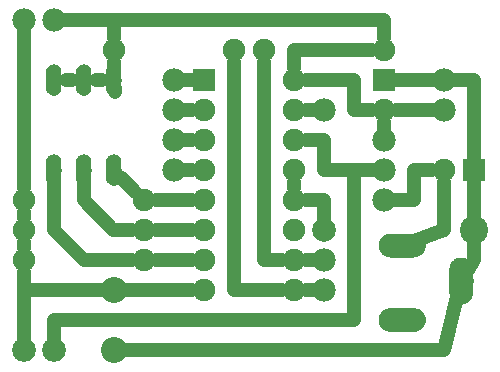
<source format=gbl>
G04 MADE WITH FRITZING*
G04 WWW.FRITZING.ORG*
G04 DOUBLE SIDED*
G04 HOLES PLATED*
G04 CONTOUR ON CENTER OF CONTOUR VECTOR*
%ASAXBY*%
%FSLAX23Y23*%
%MOIN*%
%OFA0B0*%
%SFA1.0B1.0*%
%ADD10C,0.075000*%
%ADD11C,0.094488*%
%ADD12C,0.078740*%
%ADD13C,0.086614*%
%ADD14C,0.079370*%
%ADD15C,0.078000*%
%ADD16C,0.052000*%
%ADD17R,0.075000X0.075000*%
%ADD18C,0.048000*%
%ADD19C,0.024000*%
%ADD20R,0.001000X0.001000*%
%LNCOPPER0*%
G90*
G70*
G54D10*
X802Y1075D03*
X402Y1075D03*
X902Y1075D03*
X1302Y1075D03*
G54D11*
X1602Y475D03*
G54D12*
X1102Y475D03*
G54D13*
X402Y75D03*
X402Y275D03*
G54D14*
X102Y75D03*
X202Y75D03*
G54D15*
X1502Y975D03*
X1502Y875D03*
X102Y1175D03*
X202Y1175D03*
X1102Y375D03*
X1102Y275D03*
G54D12*
X1364Y423D03*
X1364Y175D03*
X1561Y305D03*
G54D15*
X1102Y875D03*
X602Y975D03*
X602Y875D03*
X602Y775D03*
X602Y675D03*
G54D10*
X1602Y675D03*
X1502Y675D03*
X1302Y975D03*
X1302Y875D03*
G54D15*
X1302Y775D03*
X1302Y675D03*
X1302Y575D03*
G54D10*
X702Y975D03*
X1002Y975D03*
X702Y875D03*
X1002Y875D03*
X702Y775D03*
X1002Y775D03*
X702Y675D03*
X1002Y675D03*
X702Y575D03*
X1002Y575D03*
X702Y475D03*
X1002Y475D03*
X702Y375D03*
X1002Y375D03*
X702Y275D03*
X1002Y275D03*
G54D16*
X302Y675D03*
X402Y675D03*
X402Y975D03*
X302Y975D03*
X202Y675D03*
X302Y675D03*
X302Y975D03*
X202Y975D03*
G54D10*
X502Y375D03*
X102Y375D03*
X502Y475D03*
X102Y475D03*
X502Y575D03*
X102Y575D03*
G54D17*
X1602Y675D03*
X1302Y975D03*
X702Y975D03*
G54D18*
X663Y875D02*
X644Y875D01*
D02*
X663Y275D02*
X501Y274D01*
D02*
X501Y274D02*
X440Y274D01*
D02*
X302Y637D02*
X301Y574D01*
D02*
X301Y574D02*
X400Y474D01*
D02*
X400Y474D02*
X463Y475D01*
D02*
X102Y117D02*
X101Y274D01*
D02*
X101Y274D02*
X364Y275D01*
D02*
X1061Y375D02*
X1042Y375D01*
D02*
X1042Y975D02*
X1203Y976D01*
D02*
X1203Y976D02*
X1203Y875D01*
D02*
X1203Y875D02*
X1263Y875D01*
D02*
X1342Y875D02*
X1401Y875D01*
D02*
X1401Y875D02*
X1461Y875D01*
D02*
X241Y975D02*
X264Y975D01*
D02*
X102Y335D02*
X102Y117D01*
G54D19*
D02*
X330Y975D02*
X375Y975D01*
G54D18*
D02*
X1061Y275D02*
X1042Y275D01*
D02*
X663Y375D02*
X604Y375D01*
D02*
X604Y375D02*
X542Y375D01*
D02*
X102Y435D02*
X102Y415D01*
D02*
X1603Y974D02*
X1544Y975D01*
D02*
X1603Y715D02*
X1603Y974D01*
D02*
X202Y637D02*
X201Y474D01*
D02*
X201Y474D02*
X301Y375D01*
D02*
X301Y375D02*
X463Y375D01*
D02*
X341Y975D02*
X364Y975D01*
D02*
X644Y775D02*
X663Y775D01*
D02*
X1042Y775D02*
X1102Y774D01*
D02*
X1102Y774D02*
X1102Y674D01*
D02*
X1102Y674D02*
X1261Y675D01*
D02*
X1261Y675D02*
X1102Y674D01*
D02*
X1102Y674D02*
X1201Y675D01*
D02*
X1201Y675D02*
X1201Y576D01*
D02*
X1201Y576D02*
X1203Y176D01*
D02*
X1203Y176D02*
X402Y176D01*
D02*
X402Y176D02*
X203Y176D01*
D02*
X203Y176D02*
X203Y117D01*
D02*
X1002Y615D02*
X1002Y635D01*
D02*
X663Y575D02*
X542Y575D01*
D02*
X1603Y375D02*
X1583Y341D01*
D02*
X1603Y437D02*
X1603Y375D01*
D02*
X1263Y1075D02*
X1003Y1074D01*
D02*
X1003Y1074D02*
X1003Y1015D01*
D02*
X1602Y635D02*
X1602Y513D01*
D02*
X901Y375D02*
X902Y1035D01*
D02*
X963Y375D02*
X901Y375D01*
D02*
X663Y675D02*
X644Y675D01*
D02*
X1302Y816D02*
X1302Y835D01*
D02*
X102Y1134D02*
X101Y875D01*
D02*
X101Y875D02*
X102Y615D01*
D02*
X663Y475D02*
X604Y474D01*
D02*
X604Y474D02*
X542Y475D01*
D02*
X102Y515D02*
X102Y535D01*
D02*
X802Y276D02*
X802Y1035D01*
D02*
X963Y275D02*
X802Y276D01*
D02*
X402Y974D02*
X402Y1035D01*
D02*
X405Y937D02*
X402Y974D01*
D02*
X429Y648D02*
X474Y603D01*
D02*
X1102Y576D02*
X1102Y513D01*
D02*
X1042Y575D02*
X1102Y576D01*
D02*
X1342Y975D02*
X1461Y975D01*
D02*
X644Y975D02*
X663Y975D01*
D02*
X402Y1175D02*
X402Y1115D01*
D02*
X402Y1175D02*
X1303Y1175D01*
D02*
X1303Y1175D02*
X1303Y1115D01*
D02*
X244Y1175D02*
X402Y1175D01*
D02*
X1502Y74D02*
X1550Y264D01*
D02*
X440Y75D02*
X1502Y74D01*
D02*
X1061Y875D02*
X1042Y875D01*
D02*
X1402Y576D02*
X1344Y575D01*
D02*
X1402Y675D02*
X1402Y576D01*
D02*
X1463Y675D02*
X1402Y675D01*
D02*
X1502Y474D02*
X1502Y635D01*
D02*
X1403Y438D02*
X1502Y474D01*
G54D20*
X200Y1027D02*
X204Y1027D01*
X300Y1027D02*
X304Y1027D01*
X400Y1027D02*
X404Y1027D01*
X195Y1026D02*
X209Y1026D01*
X295Y1026D02*
X309Y1026D01*
X395Y1026D02*
X409Y1026D01*
X192Y1025D02*
X212Y1025D01*
X292Y1025D02*
X312Y1025D01*
X392Y1025D02*
X412Y1025D01*
X190Y1024D02*
X214Y1024D01*
X290Y1024D02*
X314Y1024D01*
X390Y1024D02*
X414Y1024D01*
X188Y1023D02*
X215Y1023D01*
X288Y1023D02*
X315Y1023D01*
X388Y1023D02*
X415Y1023D01*
X187Y1022D02*
X217Y1022D01*
X287Y1022D02*
X317Y1022D01*
X387Y1022D02*
X417Y1022D01*
X186Y1021D02*
X218Y1021D01*
X286Y1021D02*
X318Y1021D01*
X386Y1021D02*
X418Y1021D01*
X185Y1020D02*
X219Y1020D01*
X285Y1020D02*
X319Y1020D01*
X385Y1020D02*
X419Y1020D01*
X184Y1019D02*
X220Y1019D01*
X284Y1019D02*
X320Y1019D01*
X384Y1019D02*
X420Y1019D01*
X183Y1018D02*
X221Y1018D01*
X283Y1018D02*
X321Y1018D01*
X383Y1018D02*
X421Y1018D01*
X182Y1017D02*
X222Y1017D01*
X282Y1017D02*
X322Y1017D01*
X382Y1017D02*
X422Y1017D01*
X181Y1016D02*
X223Y1016D01*
X281Y1016D02*
X323Y1016D01*
X381Y1016D02*
X423Y1016D01*
X180Y1015D02*
X223Y1015D01*
X280Y1015D02*
X323Y1015D01*
X380Y1015D02*
X423Y1015D01*
X180Y1014D02*
X224Y1014D01*
X280Y1014D02*
X324Y1014D01*
X380Y1014D02*
X424Y1014D01*
X179Y1013D02*
X224Y1013D01*
X279Y1013D02*
X324Y1013D01*
X379Y1013D02*
X424Y1013D01*
X179Y1012D02*
X225Y1012D01*
X279Y1012D02*
X325Y1012D01*
X379Y1012D02*
X425Y1012D01*
X178Y1011D02*
X225Y1011D01*
X278Y1011D02*
X325Y1011D01*
X378Y1011D02*
X425Y1011D01*
X178Y1010D02*
X226Y1010D01*
X278Y1010D02*
X326Y1010D01*
X378Y1010D02*
X426Y1010D01*
X178Y1009D02*
X226Y1009D01*
X278Y1009D02*
X326Y1009D01*
X378Y1009D02*
X426Y1009D01*
X177Y1008D02*
X226Y1008D01*
X277Y1008D02*
X326Y1008D01*
X377Y1008D02*
X426Y1008D01*
X177Y1007D02*
X227Y1007D01*
X277Y1007D02*
X327Y1007D01*
X377Y1007D02*
X427Y1007D01*
X177Y1006D02*
X227Y1006D01*
X277Y1006D02*
X327Y1006D01*
X377Y1006D02*
X427Y1006D01*
X177Y1005D02*
X227Y1005D01*
X277Y1005D02*
X327Y1005D01*
X377Y1005D02*
X427Y1005D01*
X177Y1004D02*
X227Y1004D01*
X277Y1004D02*
X327Y1004D01*
X377Y1004D02*
X427Y1004D01*
X176Y1003D02*
X227Y1003D01*
X276Y1003D02*
X327Y1003D01*
X376Y1003D02*
X427Y1003D01*
X176Y1002D02*
X227Y1002D01*
X276Y1002D02*
X327Y1002D01*
X376Y1002D02*
X427Y1002D01*
X176Y1001D02*
X227Y1001D01*
X276Y1001D02*
X327Y1001D01*
X376Y1001D02*
X427Y1001D01*
X176Y1000D02*
X227Y1000D01*
X276Y1000D02*
X327Y1000D01*
X376Y1000D02*
X427Y1000D01*
X176Y999D02*
X227Y999D01*
X276Y999D02*
X327Y999D01*
X376Y999D02*
X427Y999D01*
X176Y998D02*
X227Y998D01*
X276Y998D02*
X327Y998D01*
X376Y998D02*
X427Y998D01*
X176Y997D02*
X227Y997D01*
X276Y997D02*
X327Y997D01*
X376Y997D02*
X427Y997D01*
X176Y996D02*
X227Y996D01*
X276Y996D02*
X327Y996D01*
X376Y996D02*
X427Y996D01*
X176Y995D02*
X227Y995D01*
X276Y995D02*
X327Y995D01*
X376Y995D02*
X427Y995D01*
X176Y994D02*
X227Y994D01*
X276Y994D02*
X327Y994D01*
X376Y994D02*
X427Y994D01*
X176Y993D02*
X227Y993D01*
X276Y993D02*
X327Y993D01*
X376Y993D02*
X427Y993D01*
X176Y992D02*
X227Y992D01*
X276Y992D02*
X327Y992D01*
X376Y992D02*
X427Y992D01*
X176Y991D02*
X200Y991D01*
X204Y991D02*
X227Y991D01*
X276Y991D02*
X300Y991D01*
X304Y991D02*
X327Y991D01*
X376Y991D02*
X400Y991D01*
X404Y991D02*
X427Y991D01*
X176Y990D02*
X195Y990D01*
X208Y990D02*
X227Y990D01*
X276Y990D02*
X295Y990D01*
X308Y990D02*
X327Y990D01*
X376Y990D02*
X395Y990D01*
X408Y990D02*
X427Y990D01*
X176Y989D02*
X193Y989D01*
X210Y989D02*
X227Y989D01*
X276Y989D02*
X293Y989D01*
X310Y989D02*
X327Y989D01*
X376Y989D02*
X393Y989D01*
X410Y989D02*
X427Y989D01*
X176Y988D02*
X192Y988D01*
X212Y988D02*
X227Y988D01*
X276Y988D02*
X292Y988D01*
X312Y988D02*
X327Y988D01*
X376Y988D02*
X392Y988D01*
X412Y988D02*
X427Y988D01*
X176Y987D02*
X191Y987D01*
X213Y987D02*
X227Y987D01*
X276Y987D02*
X291Y987D01*
X313Y987D02*
X327Y987D01*
X376Y987D02*
X391Y987D01*
X413Y987D02*
X427Y987D01*
X176Y986D02*
X190Y986D01*
X214Y986D02*
X227Y986D01*
X276Y986D02*
X290Y986D01*
X314Y986D02*
X327Y986D01*
X376Y986D02*
X390Y986D01*
X414Y986D02*
X427Y986D01*
X176Y985D02*
X189Y985D01*
X215Y985D02*
X227Y985D01*
X276Y985D02*
X289Y985D01*
X315Y985D02*
X327Y985D01*
X376Y985D02*
X389Y985D01*
X415Y985D02*
X427Y985D01*
X176Y984D02*
X188Y984D01*
X216Y984D02*
X227Y984D01*
X276Y984D02*
X288Y984D01*
X316Y984D02*
X327Y984D01*
X376Y984D02*
X388Y984D01*
X416Y984D02*
X427Y984D01*
X176Y983D02*
X188Y983D01*
X216Y983D02*
X227Y983D01*
X276Y983D02*
X287Y983D01*
X316Y983D02*
X327Y983D01*
X376Y983D02*
X387Y983D01*
X416Y983D02*
X427Y983D01*
X176Y982D02*
X187Y982D01*
X217Y982D02*
X227Y982D01*
X276Y982D02*
X287Y982D01*
X317Y982D02*
X327Y982D01*
X376Y982D02*
X387Y982D01*
X417Y982D02*
X427Y982D01*
X176Y981D02*
X187Y981D01*
X217Y981D02*
X227Y981D01*
X276Y981D02*
X287Y981D01*
X317Y981D02*
X327Y981D01*
X376Y981D02*
X386Y981D01*
X417Y981D02*
X427Y981D01*
X176Y980D02*
X186Y980D01*
X218Y980D02*
X227Y980D01*
X276Y980D02*
X286Y980D01*
X318Y980D02*
X327Y980D01*
X376Y980D02*
X386Y980D01*
X418Y980D02*
X427Y980D01*
X176Y979D02*
X186Y979D01*
X218Y979D02*
X227Y979D01*
X276Y979D02*
X286Y979D01*
X318Y979D02*
X327Y979D01*
X376Y979D02*
X386Y979D01*
X418Y979D02*
X427Y979D01*
X176Y978D02*
X186Y978D01*
X218Y978D02*
X227Y978D01*
X276Y978D02*
X286Y978D01*
X318Y978D02*
X327Y978D01*
X376Y978D02*
X386Y978D01*
X418Y978D02*
X427Y978D01*
X176Y977D02*
X186Y977D01*
X218Y977D02*
X227Y977D01*
X276Y977D02*
X286Y977D01*
X318Y977D02*
X327Y977D01*
X376Y977D02*
X386Y977D01*
X418Y977D02*
X427Y977D01*
X176Y976D02*
X185Y976D01*
X218Y976D02*
X227Y976D01*
X276Y976D02*
X285Y976D01*
X318Y976D02*
X327Y976D01*
X376Y976D02*
X385Y976D01*
X418Y976D02*
X427Y976D01*
X176Y975D02*
X185Y975D01*
X218Y975D02*
X227Y975D01*
X276Y975D02*
X285Y975D01*
X318Y975D02*
X327Y975D01*
X376Y975D02*
X385Y975D01*
X418Y975D02*
X427Y975D01*
X176Y974D02*
X185Y974D01*
X218Y974D02*
X227Y974D01*
X276Y974D02*
X285Y974D01*
X318Y974D02*
X327Y974D01*
X376Y974D02*
X385Y974D01*
X418Y974D02*
X427Y974D01*
X176Y973D02*
X186Y973D01*
X218Y973D02*
X227Y973D01*
X276Y973D02*
X286Y973D01*
X318Y973D02*
X327Y973D01*
X376Y973D02*
X386Y973D01*
X418Y973D02*
X427Y973D01*
X176Y972D02*
X186Y972D01*
X218Y972D02*
X227Y972D01*
X276Y972D02*
X286Y972D01*
X318Y972D02*
X327Y972D01*
X376Y972D02*
X386Y972D01*
X418Y972D02*
X427Y972D01*
X176Y971D02*
X186Y971D01*
X218Y971D02*
X227Y971D01*
X276Y971D02*
X286Y971D01*
X318Y971D02*
X327Y971D01*
X376Y971D02*
X386Y971D01*
X418Y971D02*
X427Y971D01*
X176Y970D02*
X186Y970D01*
X217Y970D02*
X227Y970D01*
X276Y970D02*
X286Y970D01*
X317Y970D02*
X327Y970D01*
X376Y970D02*
X386Y970D01*
X417Y970D02*
X427Y970D01*
X176Y969D02*
X187Y969D01*
X217Y969D02*
X227Y969D01*
X276Y969D02*
X287Y969D01*
X317Y969D02*
X327Y969D01*
X376Y969D02*
X387Y969D01*
X417Y969D02*
X427Y969D01*
X176Y968D02*
X187Y968D01*
X217Y968D02*
X227Y968D01*
X276Y968D02*
X287Y968D01*
X317Y968D02*
X327Y968D01*
X376Y968D02*
X387Y968D01*
X417Y968D02*
X427Y968D01*
X176Y967D02*
X188Y967D01*
X216Y967D02*
X227Y967D01*
X276Y967D02*
X288Y967D01*
X316Y967D02*
X327Y967D01*
X376Y967D02*
X388Y967D01*
X416Y967D02*
X427Y967D01*
X176Y966D02*
X188Y966D01*
X215Y966D02*
X227Y966D01*
X276Y966D02*
X288Y966D01*
X315Y966D02*
X327Y966D01*
X376Y966D02*
X388Y966D01*
X415Y966D02*
X427Y966D01*
X176Y965D02*
X189Y965D01*
X215Y965D02*
X227Y965D01*
X276Y965D02*
X289Y965D01*
X315Y965D02*
X327Y965D01*
X376Y965D02*
X389Y965D01*
X415Y965D02*
X427Y965D01*
X176Y964D02*
X190Y964D01*
X214Y964D02*
X227Y964D01*
X276Y964D02*
X290Y964D01*
X314Y964D02*
X327Y964D01*
X376Y964D02*
X390Y964D01*
X414Y964D02*
X427Y964D01*
X176Y963D02*
X191Y963D01*
X213Y963D02*
X227Y963D01*
X276Y963D02*
X291Y963D01*
X313Y963D02*
X327Y963D01*
X376Y963D02*
X391Y963D01*
X413Y963D02*
X427Y963D01*
X176Y962D02*
X192Y962D01*
X211Y962D02*
X227Y962D01*
X276Y962D02*
X292Y962D01*
X311Y962D02*
X327Y962D01*
X376Y962D02*
X392Y962D01*
X411Y962D02*
X427Y962D01*
X176Y961D02*
X194Y961D01*
X210Y961D02*
X227Y961D01*
X276Y961D02*
X294Y961D01*
X310Y961D02*
X327Y961D01*
X376Y961D02*
X394Y961D01*
X410Y961D02*
X427Y961D01*
X176Y960D02*
X197Y960D01*
X207Y960D02*
X227Y960D01*
X276Y960D02*
X297Y960D01*
X307Y960D02*
X327Y960D01*
X376Y960D02*
X397Y960D01*
X407Y960D02*
X427Y960D01*
X176Y959D02*
X227Y959D01*
X276Y959D02*
X327Y959D01*
X376Y959D02*
X427Y959D01*
X176Y958D02*
X227Y958D01*
X276Y958D02*
X327Y958D01*
X376Y958D02*
X427Y958D01*
X176Y957D02*
X227Y957D01*
X276Y957D02*
X327Y957D01*
X376Y957D02*
X427Y957D01*
X176Y956D02*
X227Y956D01*
X276Y956D02*
X327Y956D01*
X376Y956D02*
X427Y956D01*
X176Y955D02*
X227Y955D01*
X276Y955D02*
X327Y955D01*
X376Y955D02*
X427Y955D01*
X176Y954D02*
X227Y954D01*
X276Y954D02*
X327Y954D01*
X376Y954D02*
X427Y954D01*
X176Y953D02*
X227Y953D01*
X276Y953D02*
X327Y953D01*
X376Y953D02*
X427Y953D01*
X176Y952D02*
X227Y952D01*
X276Y952D02*
X327Y952D01*
X376Y952D02*
X427Y952D01*
X176Y951D02*
X227Y951D01*
X276Y951D02*
X327Y951D01*
X376Y951D02*
X427Y951D01*
X176Y950D02*
X227Y950D01*
X276Y950D02*
X327Y950D01*
X376Y950D02*
X427Y950D01*
X176Y949D02*
X227Y949D01*
X276Y949D02*
X327Y949D01*
X376Y949D02*
X427Y949D01*
X176Y948D02*
X227Y948D01*
X276Y948D02*
X327Y948D01*
X376Y948D02*
X427Y948D01*
X176Y947D02*
X227Y947D01*
X276Y947D02*
X327Y947D01*
X376Y947D02*
X427Y947D01*
X177Y946D02*
X227Y946D01*
X277Y946D02*
X327Y946D01*
X377Y946D02*
X427Y946D01*
X177Y945D02*
X227Y945D01*
X277Y945D02*
X327Y945D01*
X377Y945D02*
X427Y945D01*
X177Y944D02*
X227Y944D01*
X277Y944D02*
X327Y944D01*
X377Y944D02*
X427Y944D01*
X177Y943D02*
X227Y943D01*
X277Y943D02*
X327Y943D01*
X377Y943D02*
X427Y943D01*
X177Y942D02*
X226Y942D01*
X277Y942D02*
X326Y942D01*
X377Y942D02*
X426Y942D01*
X178Y941D02*
X226Y941D01*
X278Y941D02*
X326Y941D01*
X378Y941D02*
X426Y941D01*
X178Y940D02*
X226Y940D01*
X278Y940D02*
X326Y940D01*
X378Y940D02*
X426Y940D01*
X178Y939D02*
X225Y939D01*
X278Y939D02*
X325Y939D01*
X378Y939D02*
X425Y939D01*
X179Y938D02*
X225Y938D01*
X279Y938D02*
X325Y938D01*
X379Y938D02*
X425Y938D01*
X180Y937D02*
X224Y937D01*
X280Y937D02*
X324Y937D01*
X380Y937D02*
X424Y937D01*
X180Y936D02*
X224Y936D01*
X280Y936D02*
X324Y936D01*
X380Y936D02*
X424Y936D01*
X181Y935D02*
X223Y935D01*
X281Y935D02*
X323Y935D01*
X381Y935D02*
X423Y935D01*
X181Y934D02*
X222Y934D01*
X281Y934D02*
X322Y934D01*
X381Y934D02*
X422Y934D01*
X182Y933D02*
X222Y933D01*
X282Y933D02*
X322Y933D01*
X382Y933D02*
X422Y933D01*
X183Y932D02*
X221Y932D01*
X283Y932D02*
X321Y932D01*
X383Y932D02*
X421Y932D01*
X184Y931D02*
X220Y931D01*
X284Y931D02*
X320Y931D01*
X384Y931D02*
X420Y931D01*
X185Y930D02*
X219Y930D01*
X285Y930D02*
X319Y930D01*
X385Y930D02*
X419Y930D01*
X186Y929D02*
X218Y929D01*
X286Y929D02*
X318Y929D01*
X386Y929D02*
X418Y929D01*
X187Y928D02*
X216Y928D01*
X287Y928D02*
X316Y928D01*
X387Y928D02*
X416Y928D01*
X189Y927D02*
X215Y927D01*
X289Y927D02*
X315Y927D01*
X389Y927D02*
X415Y927D01*
X191Y926D02*
X213Y926D01*
X291Y926D02*
X313Y926D01*
X391Y926D02*
X413Y926D01*
X193Y925D02*
X211Y925D01*
X293Y925D02*
X311Y925D01*
X393Y925D02*
X411Y925D01*
X196Y924D02*
X208Y924D01*
X296Y924D02*
X308Y924D01*
X396Y924D02*
X408Y924D01*
X199Y727D02*
X205Y727D01*
X299Y727D02*
X305Y727D01*
X399Y727D02*
X405Y727D01*
X195Y726D02*
X209Y726D01*
X295Y726D02*
X309Y726D01*
X395Y726D02*
X409Y726D01*
X192Y725D02*
X212Y725D01*
X292Y725D02*
X312Y725D01*
X392Y725D02*
X412Y725D01*
X190Y724D02*
X214Y724D01*
X290Y724D02*
X314Y724D01*
X390Y724D02*
X414Y724D01*
X188Y723D02*
X216Y723D01*
X288Y723D02*
X316Y723D01*
X388Y723D02*
X415Y723D01*
X187Y722D02*
X217Y722D01*
X287Y722D02*
X317Y722D01*
X387Y722D02*
X417Y722D01*
X186Y721D02*
X218Y721D01*
X286Y721D02*
X318Y721D01*
X386Y721D02*
X418Y721D01*
X184Y720D02*
X219Y720D01*
X284Y720D02*
X319Y720D01*
X384Y720D02*
X419Y720D01*
X183Y719D02*
X220Y719D01*
X283Y719D02*
X320Y719D01*
X383Y719D02*
X420Y719D01*
X183Y718D02*
X221Y718D01*
X283Y718D02*
X321Y718D01*
X383Y718D02*
X421Y718D01*
X182Y717D02*
X222Y717D01*
X282Y717D02*
X322Y717D01*
X382Y717D02*
X422Y717D01*
X181Y716D02*
X223Y716D01*
X281Y716D02*
X323Y716D01*
X381Y716D02*
X423Y716D01*
X180Y715D02*
X223Y715D01*
X280Y715D02*
X323Y715D01*
X380Y715D02*
X423Y715D01*
X180Y714D02*
X224Y714D01*
X280Y714D02*
X324Y714D01*
X380Y714D02*
X424Y714D01*
X179Y713D02*
X224Y713D01*
X279Y713D02*
X324Y713D01*
X379Y713D02*
X424Y713D01*
X179Y712D02*
X225Y712D01*
X279Y712D02*
X325Y712D01*
X379Y712D02*
X425Y712D01*
X178Y711D02*
X225Y711D01*
X278Y711D02*
X325Y711D01*
X378Y711D02*
X425Y711D01*
X178Y710D02*
X226Y710D01*
X278Y710D02*
X326Y710D01*
X378Y710D02*
X426Y710D01*
X178Y709D02*
X226Y709D01*
X278Y709D02*
X326Y709D01*
X378Y709D02*
X426Y709D01*
X177Y708D02*
X226Y708D01*
X277Y708D02*
X326Y708D01*
X377Y708D02*
X426Y708D01*
X177Y707D02*
X227Y707D01*
X277Y707D02*
X327Y707D01*
X377Y707D02*
X427Y707D01*
X177Y706D02*
X227Y706D01*
X277Y706D02*
X327Y706D01*
X377Y706D02*
X427Y706D01*
X177Y705D02*
X227Y705D01*
X277Y705D02*
X327Y705D01*
X377Y705D02*
X427Y705D01*
X177Y704D02*
X227Y704D01*
X277Y704D02*
X327Y704D01*
X377Y704D02*
X427Y704D01*
X176Y703D02*
X227Y703D01*
X276Y703D02*
X327Y703D01*
X376Y703D02*
X427Y703D01*
X176Y702D02*
X227Y702D01*
X276Y702D02*
X327Y702D01*
X376Y702D02*
X427Y702D01*
X176Y701D02*
X227Y701D01*
X276Y701D02*
X327Y701D01*
X376Y701D02*
X427Y701D01*
X176Y700D02*
X227Y700D01*
X276Y700D02*
X327Y700D01*
X376Y700D02*
X427Y700D01*
X176Y699D02*
X227Y699D01*
X276Y699D02*
X327Y699D01*
X376Y699D02*
X427Y699D01*
X176Y698D02*
X227Y698D01*
X276Y698D02*
X327Y698D01*
X376Y698D02*
X427Y698D01*
X176Y697D02*
X227Y697D01*
X276Y697D02*
X327Y697D01*
X376Y697D02*
X427Y697D01*
X176Y696D02*
X227Y696D01*
X276Y696D02*
X327Y696D01*
X376Y696D02*
X427Y696D01*
X176Y695D02*
X227Y695D01*
X276Y695D02*
X327Y695D01*
X376Y695D02*
X427Y695D01*
X176Y694D02*
X227Y694D01*
X276Y694D02*
X327Y694D01*
X376Y694D02*
X427Y694D01*
X176Y693D02*
X227Y693D01*
X276Y693D02*
X327Y693D01*
X376Y693D02*
X427Y693D01*
X176Y692D02*
X227Y692D01*
X276Y692D02*
X327Y692D01*
X376Y692D02*
X427Y692D01*
X176Y691D02*
X199Y691D01*
X205Y691D02*
X227Y691D01*
X276Y691D02*
X299Y691D01*
X305Y691D02*
X327Y691D01*
X376Y691D02*
X399Y691D01*
X405Y691D02*
X427Y691D01*
X176Y690D02*
X195Y690D01*
X208Y690D02*
X227Y690D01*
X276Y690D02*
X295Y690D01*
X308Y690D02*
X327Y690D01*
X376Y690D02*
X395Y690D01*
X408Y690D02*
X427Y690D01*
X176Y689D02*
X193Y689D01*
X210Y689D02*
X227Y689D01*
X276Y689D02*
X293Y689D01*
X310Y689D02*
X327Y689D01*
X376Y689D02*
X393Y689D01*
X410Y689D02*
X427Y689D01*
X176Y688D02*
X192Y688D01*
X212Y688D02*
X227Y688D01*
X276Y688D02*
X292Y688D01*
X312Y688D02*
X327Y688D01*
X376Y688D02*
X392Y688D01*
X412Y688D02*
X427Y688D01*
X176Y687D02*
X191Y687D01*
X213Y687D02*
X227Y687D01*
X276Y687D02*
X291Y687D01*
X313Y687D02*
X327Y687D01*
X376Y687D02*
X391Y687D01*
X413Y687D02*
X427Y687D01*
X176Y686D02*
X190Y686D01*
X214Y686D02*
X227Y686D01*
X276Y686D02*
X290Y686D01*
X314Y686D02*
X327Y686D01*
X376Y686D02*
X390Y686D01*
X414Y686D02*
X427Y686D01*
X176Y685D02*
X189Y685D01*
X215Y685D02*
X227Y685D01*
X276Y685D02*
X289Y685D01*
X315Y685D02*
X327Y685D01*
X376Y685D02*
X389Y685D01*
X415Y685D02*
X427Y685D01*
X176Y684D02*
X188Y684D01*
X216Y684D02*
X227Y684D01*
X276Y684D02*
X288Y684D01*
X316Y684D02*
X327Y684D01*
X376Y684D02*
X388Y684D01*
X416Y684D02*
X427Y684D01*
X176Y683D02*
X187Y683D01*
X216Y683D02*
X227Y683D01*
X276Y683D02*
X287Y683D01*
X316Y683D02*
X327Y683D01*
X376Y683D02*
X387Y683D01*
X416Y683D02*
X427Y683D01*
X176Y682D02*
X187Y682D01*
X217Y682D02*
X227Y682D01*
X276Y682D02*
X287Y682D01*
X317Y682D02*
X327Y682D01*
X376Y682D02*
X387Y682D01*
X417Y682D02*
X427Y682D01*
X176Y681D02*
X187Y681D01*
X217Y681D02*
X227Y681D01*
X276Y681D02*
X286Y681D01*
X317Y681D02*
X327Y681D01*
X376Y681D02*
X386Y681D01*
X417Y681D02*
X427Y681D01*
X176Y680D02*
X186Y680D01*
X218Y680D02*
X227Y680D01*
X276Y680D02*
X286Y680D01*
X318Y680D02*
X327Y680D01*
X376Y680D02*
X386Y680D01*
X418Y680D02*
X427Y680D01*
X176Y679D02*
X186Y679D01*
X218Y679D02*
X227Y679D01*
X276Y679D02*
X286Y679D01*
X318Y679D02*
X327Y679D01*
X376Y679D02*
X386Y679D01*
X418Y679D02*
X427Y679D01*
X176Y678D02*
X186Y678D01*
X218Y678D02*
X227Y678D01*
X276Y678D02*
X286Y678D01*
X318Y678D02*
X327Y678D01*
X376Y678D02*
X386Y678D01*
X418Y678D02*
X427Y678D01*
X176Y677D02*
X186Y677D01*
X218Y677D02*
X227Y677D01*
X276Y677D02*
X286Y677D01*
X318Y677D02*
X327Y677D01*
X376Y677D02*
X386Y677D01*
X418Y677D02*
X427Y677D01*
X176Y676D02*
X185Y676D01*
X218Y676D02*
X227Y676D01*
X276Y676D02*
X285Y676D01*
X318Y676D02*
X327Y676D01*
X376Y676D02*
X385Y676D01*
X418Y676D02*
X427Y676D01*
X176Y675D02*
X185Y675D01*
X218Y675D02*
X227Y675D01*
X276Y675D02*
X285Y675D01*
X318Y675D02*
X327Y675D01*
X376Y675D02*
X385Y675D01*
X418Y675D02*
X427Y675D01*
X176Y674D02*
X186Y674D01*
X218Y674D02*
X227Y674D01*
X276Y674D02*
X285Y674D01*
X318Y674D02*
X327Y674D01*
X376Y674D02*
X385Y674D01*
X418Y674D02*
X427Y674D01*
X176Y673D02*
X186Y673D01*
X218Y673D02*
X227Y673D01*
X276Y673D02*
X286Y673D01*
X318Y673D02*
X327Y673D01*
X376Y673D02*
X386Y673D01*
X418Y673D02*
X427Y673D01*
X176Y672D02*
X186Y672D01*
X218Y672D02*
X227Y672D01*
X276Y672D02*
X286Y672D01*
X318Y672D02*
X327Y672D01*
X376Y672D02*
X386Y672D01*
X418Y672D02*
X427Y672D01*
X176Y671D02*
X186Y671D01*
X218Y671D02*
X227Y671D01*
X276Y671D02*
X286Y671D01*
X318Y671D02*
X327Y671D01*
X376Y671D02*
X386Y671D01*
X418Y671D02*
X427Y671D01*
X176Y670D02*
X186Y670D01*
X217Y670D02*
X227Y670D01*
X276Y670D02*
X286Y670D01*
X317Y670D02*
X327Y670D01*
X376Y670D02*
X386Y670D01*
X417Y670D02*
X427Y670D01*
X176Y669D02*
X187Y669D01*
X217Y669D02*
X227Y669D01*
X276Y669D02*
X287Y669D01*
X317Y669D02*
X327Y669D01*
X376Y669D02*
X387Y669D01*
X417Y669D02*
X427Y669D01*
X176Y668D02*
X187Y668D01*
X217Y668D02*
X227Y668D01*
X276Y668D02*
X287Y668D01*
X317Y668D02*
X327Y668D01*
X376Y668D02*
X387Y668D01*
X417Y668D02*
X427Y668D01*
X176Y667D02*
X188Y667D01*
X216Y667D02*
X227Y667D01*
X276Y667D02*
X288Y667D01*
X316Y667D02*
X327Y667D01*
X376Y667D02*
X388Y667D01*
X416Y667D02*
X427Y667D01*
X176Y666D02*
X188Y666D01*
X215Y666D02*
X227Y666D01*
X276Y666D02*
X288Y666D01*
X315Y666D02*
X327Y666D01*
X376Y666D02*
X388Y666D01*
X415Y666D02*
X427Y666D01*
X176Y665D02*
X189Y665D01*
X215Y665D02*
X227Y665D01*
X276Y665D02*
X289Y665D01*
X315Y665D02*
X327Y665D01*
X376Y665D02*
X389Y665D01*
X415Y665D02*
X427Y665D01*
X176Y664D02*
X190Y664D01*
X214Y664D02*
X227Y664D01*
X276Y664D02*
X290Y664D01*
X314Y664D02*
X327Y664D01*
X376Y664D02*
X390Y664D01*
X414Y664D02*
X427Y664D01*
X176Y663D02*
X191Y663D01*
X213Y663D02*
X227Y663D01*
X276Y663D02*
X291Y663D01*
X313Y663D02*
X327Y663D01*
X376Y663D02*
X391Y663D01*
X413Y663D02*
X427Y663D01*
X176Y662D02*
X192Y662D01*
X211Y662D02*
X227Y662D01*
X276Y662D02*
X292Y662D01*
X311Y662D02*
X327Y662D01*
X376Y662D02*
X392Y662D01*
X411Y662D02*
X427Y662D01*
X176Y661D02*
X194Y661D01*
X210Y661D02*
X227Y661D01*
X276Y661D02*
X294Y661D01*
X310Y661D02*
X327Y661D01*
X376Y661D02*
X394Y661D01*
X410Y661D02*
X427Y661D01*
X176Y660D02*
X197Y660D01*
X207Y660D02*
X227Y660D01*
X276Y660D02*
X297Y660D01*
X307Y660D02*
X327Y660D01*
X376Y660D02*
X397Y660D01*
X407Y660D02*
X427Y660D01*
X176Y659D02*
X227Y659D01*
X276Y659D02*
X327Y659D01*
X376Y659D02*
X427Y659D01*
X176Y658D02*
X227Y658D01*
X276Y658D02*
X327Y658D01*
X376Y658D02*
X427Y658D01*
X176Y657D02*
X227Y657D01*
X276Y657D02*
X327Y657D01*
X376Y657D02*
X427Y657D01*
X176Y656D02*
X227Y656D01*
X276Y656D02*
X327Y656D01*
X376Y656D02*
X427Y656D01*
X176Y655D02*
X227Y655D01*
X276Y655D02*
X327Y655D01*
X376Y655D02*
X427Y655D01*
X176Y654D02*
X227Y654D01*
X276Y654D02*
X327Y654D01*
X376Y654D02*
X427Y654D01*
X176Y653D02*
X227Y653D01*
X276Y653D02*
X327Y653D01*
X376Y653D02*
X427Y653D01*
X176Y652D02*
X227Y652D01*
X276Y652D02*
X327Y652D01*
X376Y652D02*
X427Y652D01*
X176Y651D02*
X227Y651D01*
X276Y651D02*
X327Y651D01*
X376Y651D02*
X427Y651D01*
X176Y650D02*
X227Y650D01*
X276Y650D02*
X327Y650D01*
X376Y650D02*
X427Y650D01*
X176Y649D02*
X227Y649D01*
X276Y649D02*
X327Y649D01*
X376Y649D02*
X427Y649D01*
X176Y648D02*
X227Y648D01*
X276Y648D02*
X327Y648D01*
X376Y648D02*
X427Y648D01*
X176Y647D02*
X227Y647D01*
X276Y647D02*
X327Y647D01*
X376Y647D02*
X427Y647D01*
X177Y646D02*
X227Y646D01*
X277Y646D02*
X327Y646D01*
X377Y646D02*
X427Y646D01*
X177Y645D02*
X227Y645D01*
X277Y645D02*
X327Y645D01*
X377Y645D02*
X427Y645D01*
X177Y644D02*
X227Y644D01*
X277Y644D02*
X327Y644D01*
X377Y644D02*
X427Y644D01*
X177Y643D02*
X227Y643D01*
X277Y643D02*
X327Y643D01*
X377Y643D02*
X427Y643D01*
X177Y642D02*
X226Y642D01*
X277Y642D02*
X326Y642D01*
X377Y642D02*
X426Y642D01*
X178Y641D02*
X226Y641D01*
X278Y641D02*
X326Y641D01*
X378Y641D02*
X426Y641D01*
X178Y640D02*
X226Y640D01*
X278Y640D02*
X326Y640D01*
X378Y640D02*
X426Y640D01*
X178Y639D02*
X225Y639D01*
X278Y639D02*
X325Y639D01*
X378Y639D02*
X425Y639D01*
X179Y638D02*
X225Y638D01*
X279Y638D02*
X325Y638D01*
X379Y638D02*
X425Y638D01*
X180Y637D02*
X224Y637D01*
X280Y637D02*
X324Y637D01*
X380Y637D02*
X424Y637D01*
X180Y636D02*
X224Y636D01*
X280Y636D02*
X324Y636D01*
X380Y636D02*
X424Y636D01*
X181Y635D02*
X223Y635D01*
X281Y635D02*
X323Y635D01*
X381Y635D02*
X423Y635D01*
X181Y634D02*
X222Y634D01*
X281Y634D02*
X322Y634D01*
X381Y634D02*
X422Y634D01*
X182Y633D02*
X222Y633D01*
X282Y633D02*
X322Y633D01*
X382Y633D02*
X422Y633D01*
X183Y632D02*
X221Y632D01*
X283Y632D02*
X321Y632D01*
X383Y632D02*
X421Y632D01*
X184Y631D02*
X220Y631D01*
X284Y631D02*
X320Y631D01*
X384Y631D02*
X420Y631D01*
X185Y630D02*
X219Y630D01*
X285Y630D02*
X319Y630D01*
X385Y630D02*
X419Y630D01*
X186Y629D02*
X218Y629D01*
X286Y629D02*
X318Y629D01*
X386Y629D02*
X417Y629D01*
X187Y628D02*
X216Y628D01*
X287Y628D02*
X316Y628D01*
X387Y628D02*
X416Y628D01*
X189Y627D02*
X215Y627D01*
X289Y627D02*
X315Y627D01*
X389Y627D02*
X415Y627D01*
X191Y626D02*
X213Y626D01*
X291Y626D02*
X313Y626D01*
X391Y626D02*
X413Y626D01*
X193Y625D02*
X211Y625D01*
X293Y625D02*
X311Y625D01*
X393Y625D02*
X411Y625D01*
X196Y624D02*
X208Y624D01*
X296Y624D02*
X308Y624D01*
X396Y624D02*
X408Y624D01*
X1317Y462D02*
X1409Y462D01*
X1313Y461D02*
X1414Y461D01*
X1310Y460D02*
X1416Y460D01*
X1308Y459D02*
X1419Y459D01*
X1306Y458D02*
X1421Y458D01*
X1304Y457D02*
X1422Y457D01*
X1302Y456D02*
X1424Y456D01*
X1301Y455D02*
X1425Y455D01*
X1300Y454D02*
X1427Y454D01*
X1299Y453D02*
X1428Y453D01*
X1298Y452D02*
X1429Y452D01*
X1296Y451D02*
X1430Y451D01*
X1296Y450D02*
X1431Y450D01*
X1295Y449D02*
X1432Y449D01*
X1294Y448D02*
X1433Y448D01*
X1293Y447D02*
X1434Y447D01*
X1292Y446D02*
X1434Y446D01*
X1292Y445D02*
X1435Y445D01*
X1291Y444D02*
X1436Y444D01*
X1290Y443D02*
X1436Y443D01*
X1290Y442D02*
X1357Y442D01*
X1370Y442D02*
X1437Y442D01*
X1289Y441D02*
X1354Y441D01*
X1372Y441D02*
X1437Y441D01*
X1289Y440D02*
X1352Y440D01*
X1374Y440D02*
X1438Y440D01*
X1288Y439D02*
X1351Y439D01*
X1376Y439D02*
X1438Y439D01*
X1288Y438D02*
X1350Y438D01*
X1377Y438D02*
X1439Y438D01*
X1288Y437D02*
X1349Y437D01*
X1378Y437D02*
X1439Y437D01*
X1287Y436D02*
X1348Y436D01*
X1379Y436D02*
X1439Y436D01*
X1287Y435D02*
X1347Y435D01*
X1380Y435D02*
X1440Y435D01*
X1287Y434D02*
X1346Y434D01*
X1380Y434D02*
X1440Y434D01*
X1286Y433D02*
X1346Y433D01*
X1381Y433D02*
X1440Y433D01*
X1286Y432D02*
X1345Y432D01*
X1381Y432D02*
X1441Y432D01*
X1286Y431D02*
X1345Y431D01*
X1382Y431D02*
X1441Y431D01*
X1286Y430D02*
X1344Y430D01*
X1382Y430D02*
X1441Y430D01*
X1285Y429D02*
X1344Y429D01*
X1383Y429D02*
X1441Y429D01*
X1285Y428D02*
X1344Y428D01*
X1383Y428D02*
X1441Y428D01*
X1285Y427D02*
X1343Y427D01*
X1383Y427D02*
X1441Y427D01*
X1285Y426D02*
X1343Y426D01*
X1383Y426D02*
X1441Y426D01*
X1285Y425D02*
X1343Y425D01*
X1383Y425D02*
X1441Y425D01*
X1285Y424D02*
X1343Y424D01*
X1383Y424D02*
X1441Y424D01*
X1285Y423D02*
X1343Y423D01*
X1383Y423D02*
X1442Y423D01*
X1285Y422D02*
X1343Y422D01*
X1383Y422D02*
X1441Y422D01*
X1285Y421D02*
X1343Y421D01*
X1383Y421D02*
X1441Y421D01*
X1285Y420D02*
X1343Y420D01*
X1383Y420D02*
X1441Y420D01*
X1285Y419D02*
X1344Y419D01*
X1383Y419D02*
X1441Y419D01*
X1285Y418D02*
X1344Y418D01*
X1383Y418D02*
X1441Y418D01*
X1286Y417D02*
X1344Y417D01*
X1382Y417D02*
X1441Y417D01*
X1286Y416D02*
X1345Y416D01*
X1382Y416D02*
X1441Y416D01*
X1286Y415D02*
X1345Y415D01*
X1382Y415D02*
X1441Y415D01*
X1286Y414D02*
X1346Y414D01*
X1381Y414D02*
X1440Y414D01*
X1286Y413D02*
X1346Y413D01*
X1380Y413D02*
X1440Y413D01*
X1287Y412D02*
X1347Y412D01*
X1380Y412D02*
X1440Y412D01*
X1287Y411D02*
X1348Y411D01*
X1379Y411D02*
X1440Y411D01*
X1287Y410D02*
X1348Y410D01*
X1378Y410D02*
X1439Y410D01*
X1288Y409D02*
X1349Y409D01*
X1377Y409D02*
X1439Y409D01*
X1288Y408D02*
X1351Y408D01*
X1376Y408D02*
X1438Y408D01*
X1289Y407D02*
X1352Y407D01*
X1375Y407D02*
X1438Y407D01*
X1289Y406D02*
X1354Y406D01*
X1373Y406D02*
X1437Y406D01*
X1290Y405D02*
X1356Y405D01*
X1371Y405D02*
X1437Y405D01*
X1290Y404D02*
X1359Y404D01*
X1367Y404D02*
X1436Y404D01*
X1291Y403D02*
X1436Y403D01*
X1291Y402D02*
X1435Y402D01*
X1292Y401D02*
X1435Y401D01*
X1293Y400D02*
X1434Y400D01*
X1293Y399D02*
X1433Y399D01*
X1294Y398D02*
X1432Y398D01*
X1295Y397D02*
X1431Y397D01*
X1296Y396D02*
X1430Y396D01*
X1297Y395D02*
X1429Y395D01*
X1298Y394D02*
X1428Y394D01*
X1299Y393D02*
X1427Y393D01*
X1301Y392D02*
X1426Y392D01*
X1302Y391D02*
X1425Y391D01*
X1304Y390D02*
X1423Y390D01*
X1305Y389D02*
X1421Y389D01*
X1307Y388D02*
X1419Y388D01*
X1309Y387D02*
X1417Y387D01*
X1312Y386D02*
X1415Y386D01*
X1316Y385D02*
X1411Y385D01*
X1323Y384D02*
X1403Y384D01*
X1552Y383D02*
X1568Y383D01*
X1548Y382D02*
X1572Y382D01*
X1546Y381D02*
X1575Y381D01*
X1543Y380D02*
X1577Y380D01*
X1542Y379D02*
X1579Y379D01*
X1540Y378D02*
X1580Y378D01*
X1538Y377D02*
X1582Y377D01*
X1537Y376D02*
X1583Y376D01*
X1536Y375D02*
X1585Y375D01*
X1535Y374D02*
X1586Y374D01*
X1533Y373D02*
X1587Y373D01*
X1532Y372D02*
X1588Y372D01*
X1531Y371D02*
X1589Y371D01*
X1531Y370D02*
X1590Y370D01*
X1530Y369D02*
X1590Y369D01*
X1529Y368D02*
X1591Y368D01*
X1528Y367D02*
X1592Y367D01*
X1528Y366D02*
X1593Y366D01*
X1527Y365D02*
X1593Y365D01*
X1526Y364D02*
X1594Y364D01*
X1526Y363D02*
X1594Y363D01*
X1525Y362D02*
X1595Y362D01*
X1525Y361D02*
X1595Y361D01*
X1524Y360D02*
X1596Y360D01*
X1524Y359D02*
X1596Y359D01*
X1524Y358D02*
X1597Y358D01*
X1523Y357D02*
X1597Y357D01*
X1523Y356D02*
X1597Y356D01*
X1523Y355D02*
X1598Y355D01*
X1522Y354D02*
X1598Y354D01*
X1522Y353D02*
X1598Y353D01*
X1522Y352D02*
X1598Y352D01*
X1522Y351D02*
X1598Y351D01*
X1522Y350D02*
X1599Y350D01*
X1522Y349D02*
X1599Y349D01*
X1521Y348D02*
X1599Y348D01*
X1521Y347D02*
X1599Y347D01*
X1521Y346D02*
X1599Y346D01*
X1521Y345D02*
X1599Y345D01*
X1521Y344D02*
X1599Y344D01*
X1521Y343D02*
X1599Y343D01*
X1521Y342D02*
X1599Y342D01*
X1521Y341D02*
X1599Y341D01*
X1521Y340D02*
X1599Y340D01*
X1521Y339D02*
X1599Y339D01*
X1521Y338D02*
X1599Y338D01*
X1521Y337D02*
X1599Y337D01*
X1521Y336D02*
X1599Y336D01*
X1521Y335D02*
X1599Y335D01*
X1521Y334D02*
X1599Y334D01*
X1521Y333D02*
X1599Y333D01*
X1521Y332D02*
X1599Y332D01*
X1521Y331D02*
X1599Y331D01*
X1521Y330D02*
X1599Y330D01*
X1521Y329D02*
X1599Y329D01*
X1521Y328D02*
X1599Y328D01*
X1521Y327D02*
X1599Y327D01*
X1521Y326D02*
X1599Y326D01*
X1521Y325D02*
X1599Y325D01*
X1521Y324D02*
X1554Y324D01*
X1566Y324D02*
X1599Y324D01*
X1521Y323D02*
X1551Y323D01*
X1569Y323D02*
X1599Y323D01*
X1521Y322D02*
X1549Y322D01*
X1571Y322D02*
X1599Y322D01*
X1521Y321D02*
X1548Y321D01*
X1572Y321D02*
X1599Y321D01*
X1521Y320D02*
X1547Y320D01*
X1573Y320D02*
X1599Y320D01*
X1521Y319D02*
X1546Y319D01*
X1575Y319D02*
X1599Y319D01*
X1521Y318D02*
X1545Y318D01*
X1575Y318D02*
X1599Y318D01*
X1521Y317D02*
X1544Y317D01*
X1576Y317D02*
X1599Y317D01*
X1521Y316D02*
X1543Y316D01*
X1577Y316D02*
X1599Y316D01*
X1521Y315D02*
X1543Y315D01*
X1578Y315D02*
X1599Y315D01*
X1521Y314D02*
X1542Y314D01*
X1578Y314D02*
X1599Y314D01*
X1521Y313D02*
X1542Y313D01*
X1579Y313D02*
X1599Y313D01*
X1521Y312D02*
X1541Y312D01*
X1579Y312D02*
X1599Y312D01*
X1521Y311D02*
X1541Y311D01*
X1579Y311D02*
X1599Y311D01*
X1521Y310D02*
X1541Y310D01*
X1580Y310D02*
X1599Y310D01*
X1521Y309D02*
X1540Y309D01*
X1580Y309D02*
X1599Y309D01*
X1521Y308D02*
X1540Y308D01*
X1580Y308D02*
X1599Y308D01*
X1521Y307D02*
X1540Y307D01*
X1580Y307D02*
X1599Y307D01*
X1521Y306D02*
X1540Y306D01*
X1580Y306D02*
X1599Y306D01*
X1521Y305D02*
X1540Y305D01*
X1580Y305D02*
X1599Y305D01*
X1521Y304D02*
X1540Y304D01*
X1580Y304D02*
X1599Y304D01*
X1521Y303D02*
X1540Y303D01*
X1580Y303D02*
X1599Y303D01*
X1521Y302D02*
X1540Y302D01*
X1580Y302D02*
X1599Y302D01*
X1521Y301D02*
X1540Y301D01*
X1580Y301D02*
X1599Y301D01*
X1521Y300D02*
X1541Y300D01*
X1579Y300D02*
X1599Y300D01*
X1521Y299D02*
X1541Y299D01*
X1579Y299D02*
X1599Y299D01*
X1521Y298D02*
X1541Y298D01*
X1579Y298D02*
X1599Y298D01*
X1521Y297D02*
X1542Y297D01*
X1578Y297D02*
X1599Y297D01*
X1521Y296D02*
X1542Y296D01*
X1578Y296D02*
X1599Y296D01*
X1521Y295D02*
X1543Y295D01*
X1577Y295D02*
X1599Y295D01*
X1521Y294D02*
X1543Y294D01*
X1577Y294D02*
X1599Y294D01*
X1521Y293D02*
X1544Y293D01*
X1576Y293D02*
X1599Y293D01*
X1521Y292D02*
X1545Y292D01*
X1575Y292D02*
X1599Y292D01*
X1521Y291D02*
X1546Y291D01*
X1574Y291D02*
X1599Y291D01*
X1521Y290D02*
X1547Y290D01*
X1573Y290D02*
X1599Y290D01*
X1521Y289D02*
X1549Y289D01*
X1572Y289D02*
X1599Y289D01*
X1521Y288D02*
X1550Y288D01*
X1570Y288D02*
X1599Y288D01*
X1521Y287D02*
X1552Y287D01*
X1568Y287D02*
X1599Y287D01*
X1521Y286D02*
X1556Y286D01*
X1565Y286D02*
X1599Y286D01*
X1521Y285D02*
X1599Y285D01*
X1521Y284D02*
X1599Y284D01*
X1521Y283D02*
X1599Y283D01*
X1521Y282D02*
X1599Y282D01*
X1521Y281D02*
X1599Y281D01*
X1521Y280D02*
X1599Y280D01*
X1521Y279D02*
X1599Y279D01*
X1521Y278D02*
X1599Y278D01*
X1521Y277D02*
X1599Y277D01*
X1521Y276D02*
X1599Y276D01*
X1521Y275D02*
X1599Y275D01*
X1521Y274D02*
X1599Y274D01*
X1521Y273D02*
X1599Y273D01*
X1521Y272D02*
X1599Y272D01*
X1521Y271D02*
X1599Y271D01*
X1521Y270D02*
X1599Y270D01*
X1521Y269D02*
X1599Y269D01*
X1521Y268D02*
X1599Y268D01*
X1521Y267D02*
X1599Y267D01*
X1521Y266D02*
X1599Y266D01*
X1521Y265D02*
X1599Y265D01*
X1521Y264D02*
X1599Y264D01*
X1521Y263D02*
X1599Y263D01*
X1521Y262D02*
X1599Y262D01*
X1522Y261D02*
X1599Y261D01*
X1522Y260D02*
X1598Y260D01*
X1522Y259D02*
X1598Y259D01*
X1522Y258D02*
X1598Y258D01*
X1522Y257D02*
X1598Y257D01*
X1523Y256D02*
X1598Y256D01*
X1523Y255D02*
X1597Y255D01*
X1523Y254D02*
X1597Y254D01*
X1523Y253D02*
X1597Y253D01*
X1524Y252D02*
X1596Y252D01*
X1524Y251D02*
X1596Y251D01*
X1525Y250D02*
X1596Y250D01*
X1525Y249D02*
X1595Y249D01*
X1526Y248D02*
X1595Y248D01*
X1526Y247D02*
X1594Y247D01*
X1527Y246D02*
X1594Y246D01*
X1527Y245D02*
X1593Y245D01*
X1528Y244D02*
X1592Y244D01*
X1529Y243D02*
X1592Y243D01*
X1529Y242D02*
X1591Y242D01*
X1530Y241D02*
X1590Y241D01*
X1531Y240D02*
X1589Y240D01*
X1532Y239D02*
X1588Y239D01*
X1533Y238D02*
X1587Y238D01*
X1534Y237D02*
X1586Y237D01*
X1535Y236D02*
X1585Y236D01*
X1536Y235D02*
X1584Y235D01*
X1538Y234D02*
X1583Y234D01*
X1539Y233D02*
X1581Y233D01*
X1541Y232D02*
X1580Y232D01*
X1542Y231D02*
X1578Y231D01*
X1544Y230D02*
X1576Y230D01*
X1547Y229D02*
X1573Y229D01*
X1550Y228D02*
X1570Y228D01*
X1555Y227D02*
X1566Y227D01*
X1317Y214D02*
X1409Y214D01*
X1313Y213D02*
X1414Y213D01*
X1310Y212D02*
X1416Y212D01*
X1308Y211D02*
X1419Y211D01*
X1306Y210D02*
X1421Y210D01*
X1304Y209D02*
X1422Y209D01*
X1302Y208D02*
X1424Y208D01*
X1301Y207D02*
X1425Y207D01*
X1300Y206D02*
X1427Y206D01*
X1299Y205D02*
X1428Y205D01*
X1297Y204D02*
X1429Y204D01*
X1296Y203D02*
X1430Y203D01*
X1296Y202D02*
X1431Y202D01*
X1295Y201D02*
X1432Y201D01*
X1294Y200D02*
X1433Y200D01*
X1293Y199D02*
X1434Y199D01*
X1292Y198D02*
X1434Y198D01*
X1292Y197D02*
X1435Y197D01*
X1291Y196D02*
X1436Y196D01*
X1290Y195D02*
X1436Y195D01*
X1290Y194D02*
X1357Y194D01*
X1370Y194D02*
X1437Y194D01*
X1289Y193D02*
X1354Y193D01*
X1372Y193D02*
X1437Y193D01*
X1289Y192D02*
X1352Y192D01*
X1374Y192D02*
X1438Y192D01*
X1288Y191D02*
X1351Y191D01*
X1376Y191D02*
X1438Y191D01*
X1288Y190D02*
X1350Y190D01*
X1377Y190D02*
X1439Y190D01*
X1288Y189D02*
X1349Y189D01*
X1378Y189D02*
X1439Y189D01*
X1287Y188D02*
X1348Y188D01*
X1379Y188D02*
X1439Y188D01*
X1287Y187D02*
X1347Y187D01*
X1380Y187D02*
X1440Y187D01*
X1287Y186D02*
X1346Y186D01*
X1380Y186D02*
X1440Y186D01*
X1286Y185D02*
X1346Y185D01*
X1381Y185D02*
X1440Y185D01*
X1286Y184D02*
X1345Y184D01*
X1381Y184D02*
X1441Y184D01*
X1286Y183D02*
X1345Y183D01*
X1382Y183D02*
X1441Y183D01*
X1286Y182D02*
X1344Y182D01*
X1382Y182D02*
X1441Y182D01*
X1285Y181D02*
X1344Y181D01*
X1383Y181D02*
X1441Y181D01*
X1285Y180D02*
X1344Y180D01*
X1383Y180D02*
X1441Y180D01*
X1285Y179D02*
X1343Y179D01*
X1383Y179D02*
X1441Y179D01*
X1285Y178D02*
X1343Y178D01*
X1383Y178D02*
X1441Y178D01*
X1285Y177D02*
X1343Y177D01*
X1383Y177D02*
X1441Y177D01*
X1285Y176D02*
X1343Y176D01*
X1383Y176D02*
X1441Y176D01*
X1285Y175D02*
X1343Y175D01*
X1383Y175D02*
X1442Y175D01*
X1285Y174D02*
X1343Y174D01*
X1383Y174D02*
X1441Y174D01*
X1285Y173D02*
X1343Y173D01*
X1383Y173D02*
X1441Y173D01*
X1285Y172D02*
X1343Y172D01*
X1383Y172D02*
X1441Y172D01*
X1285Y171D02*
X1344Y171D01*
X1383Y171D02*
X1441Y171D01*
X1285Y170D02*
X1344Y170D01*
X1383Y170D02*
X1441Y170D01*
X1286Y169D02*
X1344Y169D01*
X1382Y169D02*
X1441Y169D01*
X1286Y168D02*
X1345Y168D01*
X1382Y168D02*
X1441Y168D01*
X1286Y167D02*
X1345Y167D01*
X1382Y167D02*
X1441Y167D01*
X1286Y166D02*
X1346Y166D01*
X1381Y166D02*
X1440Y166D01*
X1286Y165D02*
X1346Y165D01*
X1380Y165D02*
X1440Y165D01*
X1287Y164D02*
X1347Y164D01*
X1380Y164D02*
X1440Y164D01*
X1287Y163D02*
X1348Y163D01*
X1379Y163D02*
X1440Y163D01*
X1287Y162D02*
X1348Y162D01*
X1378Y162D02*
X1439Y162D01*
X1288Y161D02*
X1349Y161D01*
X1377Y161D02*
X1439Y161D01*
X1288Y160D02*
X1351Y160D01*
X1376Y160D02*
X1438Y160D01*
X1289Y159D02*
X1352Y159D01*
X1375Y159D02*
X1438Y159D01*
X1289Y158D02*
X1354Y158D01*
X1373Y158D02*
X1437Y158D01*
X1290Y157D02*
X1356Y157D01*
X1371Y157D02*
X1437Y157D01*
X1290Y156D02*
X1359Y156D01*
X1367Y156D02*
X1436Y156D01*
X1291Y155D02*
X1436Y155D01*
X1291Y154D02*
X1435Y154D01*
X1292Y153D02*
X1435Y153D01*
X1293Y152D02*
X1434Y152D01*
X1294Y151D02*
X1433Y151D01*
X1294Y150D02*
X1432Y150D01*
X1295Y149D02*
X1431Y149D01*
X1296Y148D02*
X1430Y148D01*
X1297Y147D02*
X1429Y147D01*
X1298Y146D02*
X1428Y146D01*
X1299Y145D02*
X1427Y145D01*
X1301Y144D02*
X1426Y144D01*
X1302Y143D02*
X1425Y143D01*
X1304Y142D02*
X1423Y142D01*
X1305Y141D02*
X1421Y141D01*
X1307Y140D02*
X1419Y140D01*
X1309Y139D02*
X1417Y139D01*
X1312Y138D02*
X1415Y138D01*
X1316Y137D02*
X1411Y137D01*
X1324Y136D02*
X1403Y136D01*
D02*
G04 End of Copper0*
M02*
</source>
